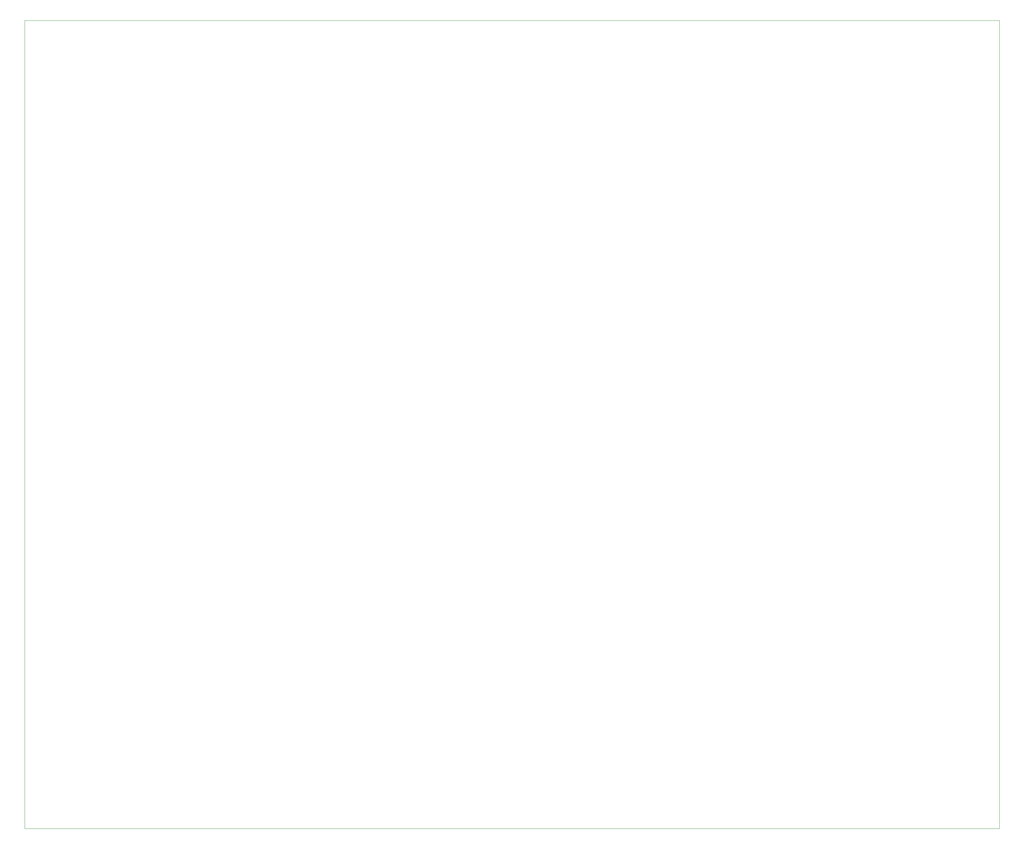
<source format=gm1>
G04 #@! TF.GenerationSoftware,KiCad,Pcbnew,(5.0.1)-4*
G04 #@! TF.CreationDate,2018-12-21T14:08:08-08:00*
G04 #@! TF.ProjectId,EllBayInd-LocOsc,456C6C426179496E642D4C6F634F7363,rev?*
G04 #@! TF.SameCoordinates,Original*
G04 #@! TF.FileFunction,Profile,NP*
%FSLAX46Y46*%
G04 Gerber Fmt 4.6, Leading zero omitted, Abs format (unit mm)*
G04 Created by KiCad (PCBNEW (5.0.1)-4) date 12/21/2018 2:08:08 PM*
%MOMM*%
%LPD*%
G01*
G04 APERTURE LIST*
%ADD10C,0.100000*%
G04 APERTURE END LIST*
D10*
X280000000Y-22000000D02*
X22000000Y-22000000D01*
X280000000Y-236000000D02*
X280000000Y-22000000D01*
X22000000Y-236000000D02*
X280000000Y-236000000D01*
X22000000Y-22000000D02*
X22000000Y-236000000D01*
M02*

</source>
